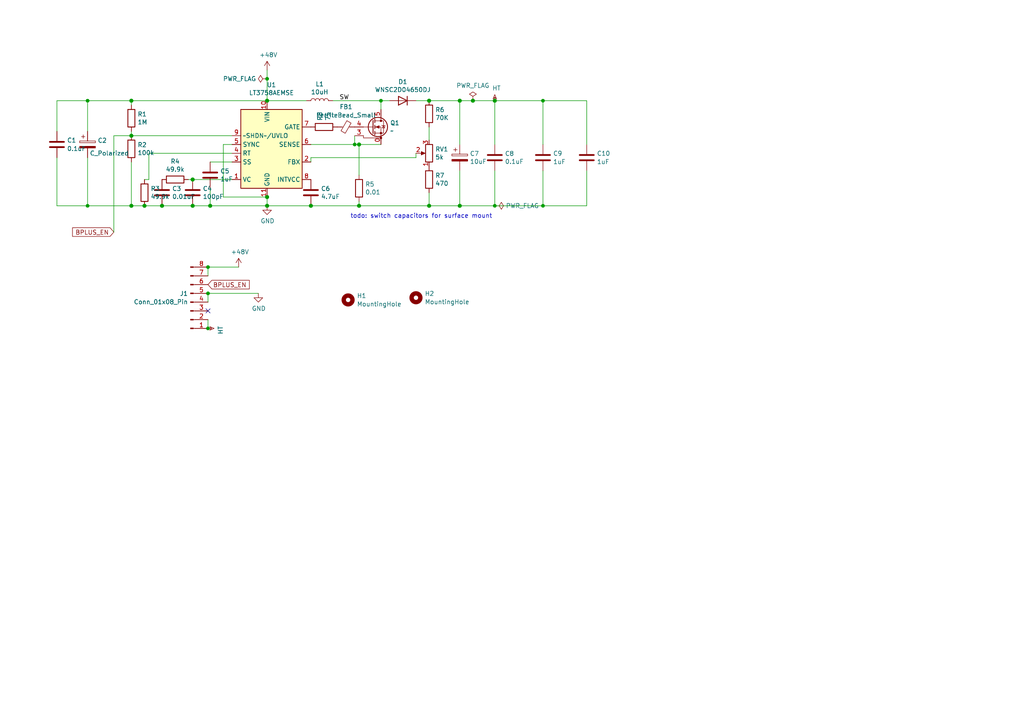
<source format=kicad_sch>
(kicad_sch (version 20231120) (generator "eeschema") (generator_version "8.0")
  (paper "A4")
  (lib_symbols
    (symbol "Connector:Conn_01x08_Pin" (pin_names (offset 1.016) hide)
      (property "Reference" "J" (at 0 10.16 0))
      (property "Value" "Conn_01x08_Pin" (at 0 -12.7 0))
      (symbol "Conn_01x08_Pin_1_1"
        (polyline (pts (xy 1.27 -10.16) (xy 0.8636 -10.16)) (stroke (width 0.1524)))
        (polyline (pts (xy 1.27 -7.62) (xy 0.8636 -7.62)) (stroke (width 0.1524)))
        (polyline (pts (xy 1.27 -5.08) (xy 0.8636 -5.08)) (stroke (width 0.1524)))
        (polyline (pts (xy 1.27 -2.54) (xy 0.8636 -2.54)) (stroke (width 0.1524)))
        (polyline (pts (xy 1.27 0) (xy 0.8636 0)) (stroke (width 0.1524)))
        (polyline (pts (xy 1.27 2.54) (xy 0.8636 2.54)) (stroke (width 0.1524)))
        (polyline (pts (xy 1.27 5.08) (xy 0.8636 5.08)) (stroke (width 0.1524)))
        (polyline (pts (xy 1.27 7.62) (xy 0.8636 7.62)) (stroke (width 0.1524)))
        (rectangle (start 0.8636 -10.033) (end 0 -10.287) (stroke (width 0.1524)) (fill (type outline)))
        (rectangle (start 0.8636 -7.493) (end 0 -7.747) (stroke (width 0.1524)) (fill (type outline)))
        (rectangle (start 0.8636 -4.953) (end 0 -5.207) (stroke (width 0.1524)) (fill (type outline)))
        (rectangle (start 0.8636 -2.413) (end 0 -2.667) (stroke (width 0.1524)) (fill (type outline)))
        (rectangle (start 0.8636 0.127) (end 0 -0.127) (stroke (width 0.1524)) (fill (type outline)))
        (rectangle (start 0.8636 2.667) (end 0 2.413) (stroke (width 0.1524)) (fill (type outline)))
        (rectangle (start 0.8636 5.207) (end 0 4.953) (stroke (width 0.1524)) (fill (type outline)))
        (rectangle (start 0.8636 7.747) (end 0 7.493) (stroke (width 0.1524)) (fill (type outline)))
        (pin passive line (at 5.08 7.62 180) (length 3.81) (name "Pin_1") (number "1"))
        (pin passive line (at 5.08 5.08 180) (length 3.81) (name "Pin_2") (number "2"))
        (pin passive line (at 5.08 2.54 180) (length 3.81) (name "Pin_3") (number "3"))
        (pin passive line (at 5.08 0 180) (length 3.81) (name "Pin_4") (number "4"))
        (pin passive line (at 5.08 -2.54 180) (length 3.81) (name "Pin_5") (number "5"))
        (pin passive line (at 5.08 -5.08 180) (length 3.81) (name "Pin_6") (number "6"))
        (pin passive line (at 5.08 -7.62 180) (length 3.81) (name "Pin_7") (number "7"))
        (pin passive line (at 5.08 -10.16 180) (length 3.81) (name "Pin_8") (number "8"))
      )
    )
    (symbol "Device:C" (pin_numbers hide) (pin_names (offset 0.254))
      (property "Reference" "C" (at 0.635 2.54 0))
      (property "Value" "C" (at 0.635 -2.54 0))
      (symbol "C_0_1"
        (polyline (pts (xy -2.032 -0.762) (xy 2.032 -0.762)) (stroke (width 0.508)))
        (polyline (pts (xy -2.032 0.762) (xy 2.032 0.762)) (stroke (width 0.508)))
      )
      (symbol "C_1_1"
        (pin passive line (at 0 3.81 270) (length 2.794) (name "~") (number "1"))
        (pin passive line (at 0 -3.81 90) (length 2.794) (name "~") (number "2"))
      )
    )
    (symbol "Device:CP" (pin_numbers hide) (pin_names (offset 0.254))
      (property "Reference" "C" (at 0.635 2.54 0))
      (property "Value" "CP" (at 0.635 -2.54 0))
      (symbol "CP_0_1"
        (rectangle (start -2.286 0.508) (end 2.286 1.016))
        (polyline (pts (xy -1.778 2.286) (xy -0.762 2.286)))
        (polyline (pts (xy -1.27 2.794) (xy -1.27 1.778)))
        (rectangle (start 2.286 -0.508) (end -2.286 -1.016) (fill (type outline)))
      )
      (symbol "CP_1_1"
        (pin passive line (at 0 3.81 270) (length 2.794) (name "~") (number "1"))
        (pin passive line (at 0 -3.81 90) (length 2.794) (name "~") (number "2"))
      )
    )
    (symbol "Device:C_Polarized" (pin_numbers hide) (pin_names (offset 0.254))
      (property "Reference" "C" (at 0.635 2.54 0))
      (property "Value" "C_Polarized" (at 0.635 -2.54 0))
      (symbol "C_Polarized_0_1"
        (rectangle (start -2.286 0.508) (end 2.286 1.016))
        (polyline (pts (xy -1.778 2.286) (xy -0.762 2.286)))
        (polyline (pts (xy -1.27 2.794) (xy -1.27 1.778)))
        (rectangle (start 2.286 -0.508) (end -2.286 -1.016) (fill (type outline)))
      )
      (symbol "C_Polarized_1_1"
        (pin passive line (at 0 3.81 270) (length 2.794) (name "~") (number "1"))
        (pin passive line (at 0 -3.81 90) (length 2.794) (name "~") (number "2"))
      )
    )
    (symbol "Device:FerriteBead_Small" (pin_numbers hide) (pin_names (offset 0))
      (property "Reference" "FB" (at 1.905 1.27 0))
      (property "Value" "FerriteBead_Small" (at 1.905 -1.27 0))
      (symbol "FerriteBead_Small_0_1"
        (polyline (pts (xy 0 -1.27) (xy 0 -0.7874)))
        (polyline (pts (xy 0 0.889) (xy 0 1.2954)))
        (polyline (pts (xy -1.8288 0.2794) (xy -1.1176 1.4986) (xy 1.8288 -0.2032) (xy 1.1176 -1.4224) (xy -1.8288 0.2794)))
      )
      (symbol "FerriteBead_Small_1_1"
        (pin passive line (at 0 2.54 270) (length 1.27) (name "~") (number "1"))
        (pin passive line (at 0 -2.54 90) (length 1.27) (name "~") (number "2"))
      )
    )
    (symbol "Device:L" (pin_numbers hide) (pin_names (offset 1.016) hide)
      (property "Reference" "L" (at -1.27 0 90))
      (property "Value" "L" (at 1.905 0 90))
      (symbol "L_0_1"
        (arc (start 0 -2.54) (mid 0.6323 -1.905) (end 0 -1.27))
        (arc (start 0 -1.27) (mid 0.6323 -0.635) (end 0 0))
        (arc (start 0 0) (mid 0.6323 0.635) (end 0 1.27))
        (arc (start 0 1.27) (mid 0.6323 1.905) (end 0 2.54))
      )
      (symbol "L_1_1"
        (pin passive line (at 0 3.81 270) (length 1.27) (name "1") (number "1"))
        (pin passive line (at 0 -3.81 90) (length 1.27) (name "2") (number "2"))
      )
    )
    (symbol "Device:R" (pin_numbers hide) (pin_names (offset 0))
      (property "Reference" "R" (at 2.032 0 90))
      (property "Value" "R" (at 0 0 90))
      (symbol "R_0_1"
        (rectangle (start -1.016 -2.54) (end 1.016 2.54) (stroke (width 0.254)))
      )
      (symbol "R_1_1"
        (pin passive line (at 0 3.81 270) (length 1.27) (name "~") (number "1"))
        (pin passive line (at 0 -3.81 90) (length 1.27) (name "~") (number "2"))
      )
    )
    (symbol "Device:R_POT" (pin_names (offset 1.016) hide)
      (property "Reference" "RV" (at -4.445 0 90))
      (property "Value" "R_POT" (at -2.54 0 90))
      (symbol "R_POT_0_1"
        (polyline (pts (xy 2.54 0) (xy 1.524 0)))
        (polyline (pts (xy 1.143 0) (xy 2.286 0.508) (xy 2.286 -0.508) (xy 1.143 0)) (fill (type outline)))
        (rectangle (start 1.016 2.54) (end -1.016 -2.54) (stroke (width 0.254)))
      )
      (symbol "R_POT_1_1"
        (pin passive line (at 0 3.81 270) (length 1.27) (name "1") (number "1"))
        (pin passive line (at 3.81 0 180) (length 1.27) (name "2") (number "2"))
        (pin passive line (at 0 -3.81 90) (length 1.27) (name "3") (number "3"))
      )
    )
    (symbol "Diode:1N5402" (pin_numbers hide) (pin_names (offset 1.016) hide)
      (property "Reference" "D" (at 0 2.54 0))
      (property "Value" "1N5402" (at 0 -2.54 0))
      (symbol "1N5402_0_1"
        (polyline (pts (xy -1.27 1.27) (xy -1.27 -1.27)) (stroke (width 0.254)))
        (polyline (pts (xy 1.27 0) (xy -1.27 0)))
        (polyline (pts (xy 1.27 1.27) (xy 1.27 -1.27) (xy -1.27 0) (xy 1.27 1.27)) (stroke (width 0.254)))
      )
      (symbol "1N5402_1_1"
        (pin passive line (at -3.81 0 0) (length 2.54) (name "K") (number "1"))
        (pin passive line (at 3.81 0 180) (length 2.54) (name "A") (number "2"))
      )
    )
    (symbol "Mechanical:MountingHole" (pin_names (offset 1.016))
      (property "Reference" "H" (at 0 5.08 0))
      (property "Value" "MountingHole" (at 0 3.175 0))
      (symbol "MountingHole_0_1"
        (circle (center 0 0) (radius 1.27) (stroke (width 1.27)))
      )
    )
    (symbol "PWR_FLAG_1" (power) (pin_numbers hide) (pin_names (offset 0) hide)
      (property "Value" "PWR_FLAG_1" (at 0 3.81 0))
      (symbol "PWR_FLAG_1_0_0"
        (pin power_out line (at 0 0 90) (length 0) (name "pwr") (number "1"))
      )
      (symbol "PWR_FLAG_1_0_1"
        (polyline (pts (xy 0 0) (xy 0 1.27) (xy -1.016 1.905) (xy 0 2.54) (xy 1.016 1.905) (xy 0 1.27)))
      )
    )
    (symbol "Regulator_Switching:LT3757AEMSE"
      (property "Reference" "U" (at -6.35 11.43 0))
      (property "Value" "LT3757AEMSE" (at 1.27 11.43 0))
      (symbol "LT3757AEMSE_0_1"
        (rectangle (start -7.62 10.16) (end 10.16 -12.7) (stroke (width 0.254)) (fill (type background)))
      )
      (symbol "LT3757AEMSE_1_1"
        (pin input line (at -10.16 -10.16 0) (length 2.54) (name "VC") (number "1"))
        (pin power_in line (at 0 12.7 270) (length 2.54) (name "VIN") (number "10"))
        (pin power_in line (at 0 -15.24 90) (length 2.54) (name "GND") (number "11"))
        (pin input line (at 12.7 -5.08 180) (length 2.54) (name "FBX") (number "2"))
        (pin input line (at -10.16 -5.08 0) (length 2.54) (name "SS") (number "3"))
        (pin input line (at -10.16 -2.54 0) (length 2.54) (name "RT") (number "4"))
        (pin input line (at -10.16 0 0) (length 2.54) (name "SYNC") (number "5"))
        (pin input line (at 12.7 0 180) (length 2.54) (name "SENSE") (number "6"))
        (pin output line (at 12.7 5.08 180) (length 2.54) (name "GATE") (number "7"))
        (pin output line (at 12.7 -10.16 180) (length 2.54) (name "INTVCC") (number "8"))
        (pin input line (at -10.16 2.54 0) (length 2.54) (name "~SHDN~/UVLO") (number "9"))
      )
    )
    (symbol "power:+48V" (power) (pin_names (offset 0))
      (property "Value" "+48V" (at 0 3.556 0))
      (symbol "+48V_0_1"
        (polyline (pts (xy -0.762 1.27) (xy 0 2.54)))
        (polyline (pts (xy 0 0) (xy 0 2.54)))
        (polyline (pts (xy 0 2.54) (xy 0.762 1.27)))
      )
      (symbol "+48V_1_1"
        (pin power_in line (at 0 0 90) (length 0) hide (name "+48V") (number "1"))
      )
    )
    (symbol "power:GND" (power) (pin_names (offset 0))
      (property "Value" "GND" (at 0 -3.81 0))
      (symbol "GND_0_1"
        (polyline (pts (xy 0 0) (xy 0 -1.27) (xy 1.27 -1.27) (xy 0 -2.54) (xy -1.27 -1.27) (xy 0 -1.27)))
      )
      (symbol "GND_1_1"
        (pin power_in line (at 0 0 270) (length 0) hide (name "GND") (number "1"))
      )
    )
    (symbol "power:HT" (power) (pin_names (offset 0))
      (property "Value" "HT" (at 0 2.286 0))
      (symbol "HT_0_0"
        (pin power_in line (at 0 0 90) (length 0) hide (name "HT") (number "1"))
      )
      (symbol "HT_0_1"
        (polyline (pts (xy 0 0) (xy 0 1.016) (xy 0 1.016)))
        (polyline (pts (xy 0 1.016) (xy 0.508 0.508) (xy 0 1.778) (xy -0.508 0.508) (xy 0 1.016) (xy 0 1.016)))
      )
    )
    (symbol "power:PWR_FLAG" (power) (pin_numbers hide) (pin_names (offset 0) hide)
      (property "Value" "PWR_FLAG" (at 0 3.81 0))
      (symbol "PWR_FLAG_0_0"
        (pin power_out line (at 0 0 90) (length 0) (name "pwr") (number "1"))
      )
      (symbol "PWR_FLAG_0_1"
        (polyline (pts (xy 0 0) (xy 0 1.27) (xy -1.016 1.905) (xy 0 2.54) (xy 1.016 1.905) (xy 0 1.27)))
      )
    )
    (symbol "td-bplus-psu-gan:TP65H480G4JSGB" (pin_names hide)
      (property "Reference" "Q" (at 5.08 1.905 0))
      (property "Value" "TP65H480G4JSGB" (at 5.08 0 0))
      (symbol "TP65H480G4JSGB_0_1"
        (polyline (pts (xy 0.254 0) (xy -2.54 0)))
        (polyline (pts (xy 0.254 1.905) (xy 0.254 -1.905)) (stroke (width 0.254)))
        (polyline (pts (xy 0.762 -1.27) (xy 0.762 -2.286)) (stroke (width 0.254)))
        (polyline (pts (xy 0.762 0.508) (xy 0.762 -0.508)) (stroke (width 0.254)))
        (polyline (pts (xy 0.762 2.286) (xy 0.762 1.27)) (stroke (width 0.254)))
        (polyline (pts (xy 2.54 2.54) (xy 2.54 1.778)))
        (polyline (pts (xy -2.54 -2.54) (xy -2.54 -3.175) (xy 2.54 -3.175)))
        (polyline (pts (xy 2.54 -2.54) (xy 2.54 0) (xy 0.762 0)))
        (polyline (pts (xy 0.762 -1.778) (xy 3.302 -1.778) (xy 3.302 1.778) (xy 0.762 1.778)))
        (polyline (pts (xy 1.016 0) (xy 2.032 0.381) (xy 2.032 -0.381) (xy 1.016 0)) (fill (type outline)))
        (polyline (pts (xy 2.794 0.508) (xy 2.921 0.381) (xy 3.683 0.381) (xy 3.81 0.254)))
        (polyline (pts (xy 3.302 0.381) (xy 2.921 -0.254) (xy 3.683 -0.254) (xy 3.302 0.381)))
        (circle (center 1.651 0) (radius 2.794) (stroke (width 0.254)))
        (circle (center 2.54 -3.175) (radius 0.2794) (fill (type outline)))
        (circle (center 2.54 -1.778) (radius 0.254) (fill (type outline)))
        (circle (center 2.54 1.778) (radius 0.254) (fill (type outline)))
      )
      (symbol "TP65H480G4JSGB_1_1"
        (pin passive line (at 2.54 -5.08 90) (length 2.54) (name "S") (number "0"))
        (pin passive line (at -5.08 -2.54 0) (length 2.54) (name "KS") (number "3"))
        (pin input line (at -5.08 0 0) (length 2.54) (name "G") (number "4"))
        (pin passive line (at 2.54 5.08 270) (length 2.54) (name "D") (number "5"))
        (pin passive line (at 2.54 5.08 270) (length 2.54) hide (name "D") (number "6"))
        (pin passive line (at 2.54 5.08 270) (length 2.54) hide (name "D") (number "7"))
        (pin passive line (at 2.54 5.08 270) (length 2.54) hide (name "D") (number "8"))
      )
    )
  )
  (junction (at 77.47 57.15) (diameter 1.016))
  (junction (at 38.1 59.69) (diameter 1.016))
  (junction (at 104.14 41.91) (diameter 1.016))
  (junction (at 110.49 29.21))
  (junction (at 60.325 77.47))
  (junction (at 90.17 59.69) (diameter 1.016))
  (junction (at 55.88 59.69) (diameter 1.016))
  (junction (at 25.4 59.69))
  (junction (at 102.87 41.91))
  (junction (at 25.4 29.21))
  (junction (at 124.46 59.69) (diameter 1.016))
  (junction (at 77.47 29.21) (diameter 1.016))
  (junction (at 60.96 59.69) (diameter 1.016))
  (junction (at 137.16 29.21) (diameter 1.016))
  (junction (at 60.325 85.09))
  (junction (at 157.48 29.21))
  (junction (at 133.35 59.69) (diameter 1.016))
  (junction (at 143.51 29.21) (diameter 1.016))
  (junction (at 77.47 22.86))
  (junction (at 38.1 29.21) (diameter 1.016))
  (junction (at 55.88 52.07) (diameter 1.016))
  (junction (at 157.48 59.69))
  (junction (at 38.1 39.37) (diameter 1.016))
  (junction (at 104.14 59.69) (diameter 1.016))
  (junction (at 60.325 95.25))
  (junction (at 133.35 29.21) (diameter 1.016))
  (junction (at 77.47 59.69) (diameter 1.016))
  (junction (at 143.51 59.69))
  (junction (at 46.99 59.69) (diameter 1.016))
  (junction (at 124.46 29.21) (diameter 1.016))
  (junction (at 41.91 59.69) (diameter 1.016))
  (no_connect (at 60.325 90.17))
  (wire (pts (xy 110.49 41.91) (xy 104.14 41.91)))
  (wire (pts (xy 120.65 45.72) (xy 120.65 44.45)))
  (wire (pts (xy 41.91 59.69) (xy 38.1 59.69)))
  (wire (pts (xy 67.31 44.45) (xy 43.18 44.45)))
  (wire (pts (xy 113.03 29.21) (xy 110.49 29.21)))
  (wire (pts (xy 60.96 54.61) (xy 60.96 59.69)))
  (wire (pts (xy 102.87 41.91) (xy 90.17 41.91)))
  (wire (pts (xy 143.51 29.21) (xy 137.16 29.21)))
  (wire (pts (xy 133.35 49.53) (xy 133.35 59.69)))
  (wire (pts (xy 124.46 29.21) (xy 133.35 29.21)))
  (wire (pts (xy 25.4 45.72) (xy 25.4 59.69)))
  (wire (pts (xy 143.51 49.53) (xy 143.51 59.69)))
  (wire (pts (xy 120.65 29.21) (xy 124.46 29.21)))
  (wire (pts (xy 38.1 30.48) (xy 38.1 29.21)))
  (wire (pts (xy 90.17 45.72) (xy 90.17 46.99)))
  (wire (pts (xy 16.51 29.21) (xy 25.4 29.21)))
  (wire (pts (xy 64.77 57.15) (xy 77.47 57.15)))
  (wire (pts (xy 124.46 59.69) (xy 104.14 59.69)))
  (wire (pts (xy 77.47 22.86) (xy 77.47 29.21)))
  (wire (pts (xy 77.47 59.69) (xy 90.17 59.69)))
  (wire (pts (xy 124.46 55.88) (xy 124.46 59.69)))
  (wire (pts (xy 60.325 77.47) (xy 60.325 80.01)))
  (wire (pts (xy 157.48 41.91) (xy 157.48 29.21)))
  (wire (pts (xy 60.96 46.99) (xy 67.31 46.99)))
  (wire (pts (xy 16.51 59.69) (xy 25.4 59.69)))
  (wire (pts (xy 102.87 39.37) (xy 102.87 41.91)))
  (wire (pts (xy 60.325 92.71) (xy 60.325 95.25)))
  (wire (pts (xy 33.02 39.37) (xy 38.1 39.37)))
  (wire (pts (xy 143.51 41.91) (xy 143.51 29.21)))
  (wire (pts (xy 96.52 29.21) (xy 110.49 29.21)))
  (wire (pts (xy 38.1 38.1) (xy 38.1 39.37)))
  (wire (pts (xy 25.4 59.69) (xy 38.1 59.69)))
  (wire (pts (xy 104.14 41.91) (xy 104.14 50.8)))
  (wire (pts (xy 143.51 59.69) (xy 133.35 59.69)))
  (wire (pts (xy 38.1 59.69) (xy 38.1 46.99)))
  (wire (pts (xy 77.47 57.15) (xy 77.47 59.69)))
  (wire (pts (xy 77.47 29.21) (xy 88.9 29.21)))
  (wire (pts (xy 110.49 29.21) (xy 110.49 31.75)))
  (wire (pts (xy 104.14 41.91) (xy 102.87 41.91)))
  (wire (pts (xy 157.48 29.21) (xy 143.51 29.21)))
  (wire (pts (xy 133.35 59.69) (xy 124.46 59.69)))
  (wire (pts (xy 120.65 45.72) (xy 90.17 45.72)))
  (wire (pts (xy 124.46 40.64) (xy 124.46 36.83)))
  (wire (pts (xy 133.35 41.91) (xy 133.35 29.21)))
  (wire (pts (xy 77.47 20.32) (xy 77.47 22.86)))
  (wire (pts (xy 46.99 59.69) (xy 55.88 59.69)))
  (wire (pts (xy 38.1 29.21) (xy 77.47 29.21)))
  (wire (pts (xy 170.18 49.53) (xy 170.18 59.69)))
  (wire (pts (xy 170.18 29.21) (xy 157.48 29.21)))
  (wire (pts (xy 137.16 29.21) (xy 133.35 29.21)))
  (wire (pts (xy 67.31 39.37) (xy 38.1 39.37)))
  (wire (pts (xy 25.4 29.21) (xy 38.1 29.21)))
  (wire (pts (xy 54.61 52.07) (xy 55.88 52.07)))
  (wire (pts (xy 55.88 52.07) (xy 67.31 52.07)))
  (wire (pts (xy 60.96 59.69) (xy 77.47 59.69)))
  (wire (pts (xy 143.51 59.69) (xy 157.48 59.69)))
  (wire (pts (xy 43.18 44.45) (xy 43.18 52.07)))
  (wire (pts (xy 43.18 52.07) (xy 41.91 52.07)))
  (wire (pts (xy 55.88 59.69) (xy 60.96 59.69)))
  (wire (pts (xy 69.215 77.47) (xy 60.325 77.47)))
  (wire (pts (xy 67.31 41.91) (xy 64.77 41.91)))
  (wire (pts (xy 25.4 38.1) (xy 25.4 29.21)))
  (wire (pts (xy 60.325 85.09) (xy 60.325 87.63)))
  (wire (pts (xy 104.14 59.69) (xy 104.14 58.42)))
  (wire (pts (xy 64.77 41.91) (xy 64.77 57.15)))
  (wire (pts (xy 33.02 67.31) (xy 33.02 39.37)))
  (wire (pts (xy 16.51 45.72) (xy 16.51 59.69)))
  (wire (pts (xy 90.17 59.69) (xy 104.14 59.69)))
  (wire (pts (xy 170.18 41.91) (xy 170.18 29.21)))
  (wire (pts (xy 16.51 38.1) (xy 16.51 29.21)))
  (wire (pts (xy 170.18 59.69) (xy 157.48 59.69)))
  (wire (pts (xy 157.48 59.69) (xy 157.48 49.53)))
  (wire (pts (xy 46.99 59.69) (xy 41.91 59.69)))
  (wire (pts (xy 74.93 85.09) (xy 60.325 85.09)))
  (text "todo: switch capacitors for surface mount" (at 101.6 63.5 0) (effects (font (size 1.27 1.27)) (justify left bottom)))
  (label "SW" (at 98.425 29.21 0))
  (global_label "BPLUS_EN" (shape input) (at 33.02 67.31 180) (property "Intersheetrefs" "${INTERSHEET_REFS}" (effects (hide yes))))
  (global_label "BPLUS_EN" (shape input) (at 60.325 82.55 0) (property "Intersheetrefs" "${INTERSHEET_REFS}" (effects (hide yes))))
  (symbol (lib_id "Regulator_Switching:LT3757AEMSE") (at 77.47 41.91 0) (unit 1)
    (property "Reference" "U1" (at 78.74 24.6126 0))
    (property "Value" "LT3758AEMSE" (at 78.74 26.924 0))
    (property "Footprint" "Package_SO:MSOP-10-1EP_3x3mm_P0.5mm_EP1.68x1.88mm" (effects (hide yes)))
    (property "Datasheet" "https://www.analog.com/media/en/technical-documentation/data-sheets/3757Afe.pdf" (effects (hide yes)))
    (property "Digikey" "LT3758AEMSE#TRPBFCT-ND" (effects (hide yes)))
  )
  (symbol (lib_id "power:+48V") (at 77.47 20.32 0) (unit 1)
    (property "Reference" "#PWR04" (effects (hide yes)))
    (property "Value" "+48V" (at 77.851 15.9258 0))
  )
  (symbol (lib_id "Device:R") (at 38.1 43.18 0) (unit 1)
    (property "Reference" "R2" (at 39.878 42.0116 0) (effects (justify left)))
    (property "Value" "100k" (at 39.878 44.323 0) (effects (justify left)))
    (property "Footprint" "Resistor_SMD:R_0805_2012Metric_Pad1.20x1.40mm_HandSolder" (effects (hide yes)))
    (property "Digikey" "311-100KCRCT-ND" (effects (hide yes)))
  )
  (symbol (lib_id "power:GND") (at 77.47 59.69 0) (unit 1)
    (property "Reference" "#PWR05" (effects (hide yes)))
    (property "Value" "GND" (at 77.597 64.0842 0))
  )
  (symbol (lib_id "Device:R") (at 50.8 52.07 270) (unit 1)
    (property "Reference" "R4" (at 50.8 46.8122 90))
    (property "Value" "49.9k" (at 50.8 49.1236 90))
    (property "Footprint" "Resistor_SMD:R_0805_2012Metric_Pad1.20x1.40mm_HandSolder" (effects (hide yes)))
    (property "Digikey" " 311-49.9KCRCT-ND" (effects (hide yes)))
  )
  (symbol (lib_id "Device:C") (at 55.88 55.88 0) (unit 1)
    (property "Reference" "C4" (at 58.801 54.7116 0) (effects (justify left)))
    (property "Value" "100pF" (at 58.801 57.023 0) (effects (justify left)))
    (property "Footprint" "Capacitor_SMD:C_0805_2012Metric_Pad1.18x1.45mm_HandSolder" (effects (hide yes)))
    (property "Voltage" "10V" (effects (hide yes)))
    (property "Digikey" " 1276-2569-1-ND" (effects (hide yes)))
  )
  (symbol (lib_id "Device:C") (at 46.99 55.88 0) (unit 1)
    (property "Reference" "C3" (at 49.911 54.7116 0) (effects (justify left)))
    (property "Value" "0.01uF" (at 49.911 57.023 0) (effects (justify left)))
    (property "Footprint" "Capacitor_SMD:C_0805_2012Metric_Pad1.18x1.45mm_HandSolder" (effects (hide yes)))
    (property "Voltage" "10V" (effects (hide yes)))
    (property "Digikey" "1276-2434-1-ND" (effects (hide yes)))
  )
  (symbol (lib_id "Device:C") (at 60.96 50.8 0) (unit 1)
    (property "Reference" "C5" (at 63.881 49.6316 0) (effects (justify left)))
    (property "Value" "1uF" (at 63.881 51.943 0) (effects (justify left)))
    (property "Footprint" "Capacitor_SMD:C_0805_2012Metric" (effects (hide yes)))
    (property "Voltage" "10V" (effects (hide yes)))
    (property "Digikey" "587-2229-1-ND" (effects (hide yes)))
  )
  (symbol (lib_id "Device:R") (at 41.91 55.88 0) (unit 1)
    (property "Reference" "R3" (at 43.688 54.7116 0) (effects (justify left)))
    (property "Value" "49.9k" (at 43.688 57.023 0) (effects (justify left)))
    (property "Footprint" "Resistor_SMD:R_0805_2012Metric_Pad1.20x1.40mm_HandSolder" (effects (hide yes)))
    (property "Digikey" " 311-49.9KCRCT-ND" (effects (hide yes)))
  )
  (symbol (lib_id "Device:C") (at 90.17 55.88 0) (unit 1)
    (property "Reference" "C6" (at 93.091 54.7116 0) (effects (justify left)))
    (property "Value" "4.7uF" (at 93.091 57.023 0) (effects (justify left)))
    (property "Footprint" "Capacitor_SMD:C_0805_2012Metric_Pad1.18x1.45mm_HandSolder" (effects (hide yes)))
    (property "Voltage" "10V" (effects (hide yes)))
    (property "Digikey" "1276-3177-1-ND" (effects (hide yes)))
  )
  (symbol (lib_id "td-bplus-psu-gan:TP65H480G4JSGB") (at 107.95 36.83 0) (unit 1)
    (property "Reference" "Q1" (at 113.1316 35.6616 0) (effects (justify left)))
    (property "Value" "~" (at 113.1316 37.973 0) (effects (justify left)))
    (property "Footprint" "td-bplus-psu-gan:Trasphorm_Power_DFN-8L_5x6" (effects (hide yes)))
    (property "Digikey" "1707-TP65H480G4JSGB-TRCT-ND" (effects (hide yes)))
  )
  (symbol (lib_id "Device:R") (at 104.14 54.61 0) (unit 1)
    (property "Reference" "R5" (at 105.918 53.4416 0) (effects (justify left)))
    (property "Value" "0.01" (at 105.918 55.753 0) (effects (justify left)))
    (property "Footprint" "Resistor_SMD:R_0805_2012Metric_Pad1.20x1.40mm_HandSolder" (effects (hide yes)))
    (property "Digikey" "311-0.01NUCT-ND" (effects (hide yes)))
  )
  (symbol (lib_id "Device:L") (at 92.71 29.21 90) (unit 1)
    (property "Reference" "L1" (at 92.71 24.384 90))
    (property "Value" "10uH" (at 92.71 26.6954 90))
    (property "Footprint" "Inductor_SMD:L_Wuerth_HCI-1040" (effects (hide yes)))
    (property "Digikey" "PCD2467CT-ND" (effects (hide yes)))
  )
  (symbol (lib_id "Device:R") (at 124.46 33.02 0) (unit 1)
    (property "Reference" "R6" (at 126.238 31.8516 0) (effects (justify left)))
    (property "Value" "70K" (at 126.238 34.163 0) (effects (justify left)))
    (property "Footprint" "Resistor_SMD:R_1206_3216Metric_Pad1.30x1.75mm_HandSolder" (effects (hide yes)))
    (property "Digikey" " 311-68.0KFRCT-ND" (effects (hide yes)))
  )
  (symbol (lib_id "Device:R") (at 124.46 52.07 0) (unit 1)
    (property "Reference" "R7" (at 126.238 50.9016 0) (effects (justify left)))
    (property "Value" "470" (at 126.238 53.213 0) (effects (justify left)))
    (property "Footprint" "Resistor_SMD:R_0805_2012Metric_Pad1.20x1.40mm_HandSolder" (effects (hide yes)))
    (property "Digikey" " 311-470CRCT-ND" (effects (hide yes)))
  )
  (symbol (lib_id "Device:CP") (at 133.35 45.72 0) (unit 1)
    (property "Reference" "C7" (at 136.271 44.5516 0) (effects (justify left)))
    (property "Value" "10uF" (at 136.271 46.863 0) (effects (justify left)))
    (property "Footprint" "Capacitor_THT:CP_Radial_D10.0mm_P5.00mm" (effects (hide yes)))
    (property "Voltage" "300V" (effects (hide yes)))
    (property "Digikey" "732-8889-1-ND" (effects (hide yes)))
  )
  (symbol (lib_id "Device:C") (at 143.51 45.72 0) (unit 1)
    (property "Reference" "C8" (at 146.431 44.5516 0) (effects (justify left)))
    (property "Value" "0.1uF" (at 146.431 46.863 0) (effects (justify left)))
    (property "Footprint" "Capacitor_SMD:C_1206_3216Metric_Pad1.33x1.80mm_HandSolder" (effects (hide yes)))
    (property "Voltage" "250V" (effects (hide yes)))
    (property "Digikey" "311-4585-1-ND" (effects (hide yes)))
  )
  (symbol (lib_id "Device:C_Polarized") (at 25.4 41.91 0) (unit 1)
    (property "Reference" "C2" (at 28.321 40.7416 0) (effects (justify left)))
    (property "Value" "C_Polarized" (at 26.035 44.45 0) (effects (justify left)))
    (property "Footprint" "Capacitor_SMD:CP_Elec_6.3x5.9" (effects (hide yes)))
    (property "Voltage" "63V" (effects (hide yes)))
    (property "Digikey" "P15466CT-ND" (effects (hide yes)))
  )
  (symbol (lib_id "Device:R_POT") (at 124.46 44.45 180) (unit 1)
    (property "Reference" "RV1" (at 126.238 43.2816 0) (effects (justify right)))
    (property "Value" "5k" (at 126.238 45.593 0) (effects (justify right)))
    (property "Footprint" "Potentiometer_SMD:Potentiometer_Bourns_3314S_Horizontal" (effects (hide yes)))
    (property "Digikey" "3314S-1-502ECT-ND" (effects (hide yes)))
  )
  (symbol (lib_id "Diode:1N5402") (at 116.84 29.21 180) (unit 1)
    (property "Reference" "D1" (at 116.84 23.7236 0))
    (property "Value" "WNSC2D04650DJ" (at 116.84 26.035 0))
    (property "Footprint" "Package_TO_SOT_SMD:TO-252-2_TabPin1" (effects (hide yes)))
    (property "Digikey" "1740-WNSC2D04650DJCT-ND" (effects (hide yes)))
  )
  (symbol (lib_id "power:HT") (at 143.51 29.21 0) (unit 1)
    (property "Reference" "#PWR06" (effects (hide yes)))
    (property "Value" "HT" (at 144.018 25.5778 0))
  )
  (symbol (lib_id "Device:R") (at 38.1 34.29 0) (unit 1)
    (property "Reference" "R1" (at 39.878 33.1216 0) (effects (justify left)))
    (property "Value" "1M" (at 39.878 35.433 0) (effects (justify left)))
    (property "Footprint" "Resistor_SMD:R_0805_2012Metric_Pad1.20x1.40mm_HandSolder" (effects (hide yes)))
    (property "Digikey" " 311-1.00MCRCT-ND" (effects (hide yes)))
  )
  (symbol (lib_id "power:PWR_FLAG") (at 137.16 29.21 0) (unit 1)
    (property "Reference" "#FLG02" (effects (hide yes)))
    (property "Value" "PWR_FLAG" (at 137.16 24.8158 0))
  )
  (symbol (lib_id "power:HT") (at 60.325 95.25 270) (unit 1)
    (property "Reference" "#PWR01" (effects (hide yes)))
    (property "Value" "HT" (at 63.9572 95.758 0))
  )
  (symbol (lib_id "Device:C") (at 16.51 41.91 0) (unit 1)
    (property "Reference" "C1" (at 19.431 40.6979 0) (effects (justify left)))
    (property "Value" "0.1uF" (at 19.431 43.1221 0) (effects (justify left)))
    (property "Footprint" "Capacitor_SMD:C_0805_2012Metric" (effects (hide yes)))
    (property "Digikey" "399-C0805C104M5RAC7800CT-ND" (effects (hide yes)))
  )
  (symbol (lib_id "power:GND") (at 74.93 85.09 0) (unit 1)
    (property "Reference" "#PWR03" (effects (hide yes)))
    (property "Value" "GND" (at 75.057 89.4842 0))
  )
  (symbol (lib_id "Device:C") (at 170.18 45.72 0) (unit 1)
    (property "Reference" "C10" (at 173.101 44.5079 0) (effects (justify left)))
    (property "Value" "1uF" (at 173.101 46.9321 0) (effects (justify left)))
    (property "Footprint" "Capacitor_SMD:C_1812_4532Metric" (effects (hide yes)))
    (property "Digikey" "4713-CHV1812N250105KXTCT-ND" (effects (hide yes)))
  )
  (symbol (lib_name "PWR_FLAG_1") (lib_id "power:PWR_FLAG") (at 77.47 22.86 90) (unit 1)
    (property "Reference" "#FLG01" (effects (hide yes)))
    (property "Value" "PWR_FLAG" (at 74.2951 22.86 90) (effects (justify left)))
  )
  (symbol (lib_id "Device:C") (at 157.48 45.72 0) (unit 1)
    (property "Reference" "C9" (at 160.401 44.5079 0) (effects (justify left)))
    (property "Value" "1uF" (at 160.401 46.9321 0) (effects (justify left)))
    (property "Footprint" "Capacitor_SMD:C_1812_4532Metric" (effects (hide yes)))
    (property "Digikey" "4713-CHV1812N250105KXTCT-ND" (effects (hide yes)))
  )
  (symbol (lib_id "Device:FerriteBead_Small") (at 100.33 36.83 270) (unit 1)
    (property "Reference" "FB1" (at 100.3681 30.9837 90))
    (property "Value" "FerriteBead_Small" (at 100.3681 33.408 90))
    (property "Footprint" "Resistor_SMD:R_0603_1608Metric" (effects (hide yes)))
    (property "Description" "Ferrite bead, small symbol" (effects (hide yes)))
    (property "Digikey" "1712-BMC1JY0240ANCT-ND" (effects (hide yes)))
  )
  (symbol (lib_id "power:+48V") (at 69.215 77.47 0) (unit 1)
    (property "Reference" "#PWR02" (effects (hide yes)))
    (property "Value" "+48V" (at 69.596 73.0758 0))
  )
  (symbol (lib_name "PWR_FLAG_1") (lib_id "power:PWR_FLAG") (at 143.51 59.69 270) (unit 1)
    (property "Reference" "#FLG03" (effects (hide yes)))
    (property "Value" "PWR_FLAG" (at 146.685 59.69 90) (effects (justify left)))
  )
  (symbol (lib_id "Mechanical:MountingHole") (at 120.65 86.36 0) (unit 1)
    (property "Reference" "H2" (at 123.19 85.1479 0) (effects (justify left)))
    (property "Value" "MountingHole" (at 123.19 87.5721 0) (effects (justify left)))
    (property "Footprint" "MountingHole:MountingHole_2.7mm_M2.5" (effects (hide yes)))
  )
  (symbol (lib_id "Mechanical:MountingHole") (at 100.965 86.995 0) (unit 1)
    (property "Reference" "H1" (at 103.505 85.7829 0) (effects (justify left)))
    (property "Value" "MountingHole" (at 103.505 88.2071 0) (effects (justify left)))
    (property "Footprint" "MountingHole:MountingHole_2.7mm_M2.5" (effects (hide yes)))
  )
  (symbol (lib_id "Device:R") (at 93.98 36.83 90) (unit 1)
    (property "Reference" "R8" (at 92.8116 35.052 0) (effects (justify left)))
    (property "Value" "75" (at 95.123 35.052 0) (effects (justify left)))
    (property "Footprint" "Resistor_SMD:R_0805_2012Metric" (effects (hide yes)))
    (property "Digikey" "311-75.0CRCT-ND" (effects (hide yes)))
  )
  (symbol (lib_id "Connector:Conn_01x08_Pin") (at 55.245 87.63 0) (mirror x) (unit 1)
    (property "Reference" "J1" (at 54.5338 85.1479 0) (effects (justify right)))
    (property "Value" "Conn_01x08_Pin" (at 54.5338 87.5721 0) (effects (justify right)))
    (property "Footprint" "Connector_PinHeader_2.54mm:PinHeader_1x08_P2.54mm_Horizontal" (effects (hide yes)))
    (property "Digikey" "609-3321-ND" (effects (hide yes)))
  )
)
</source>
